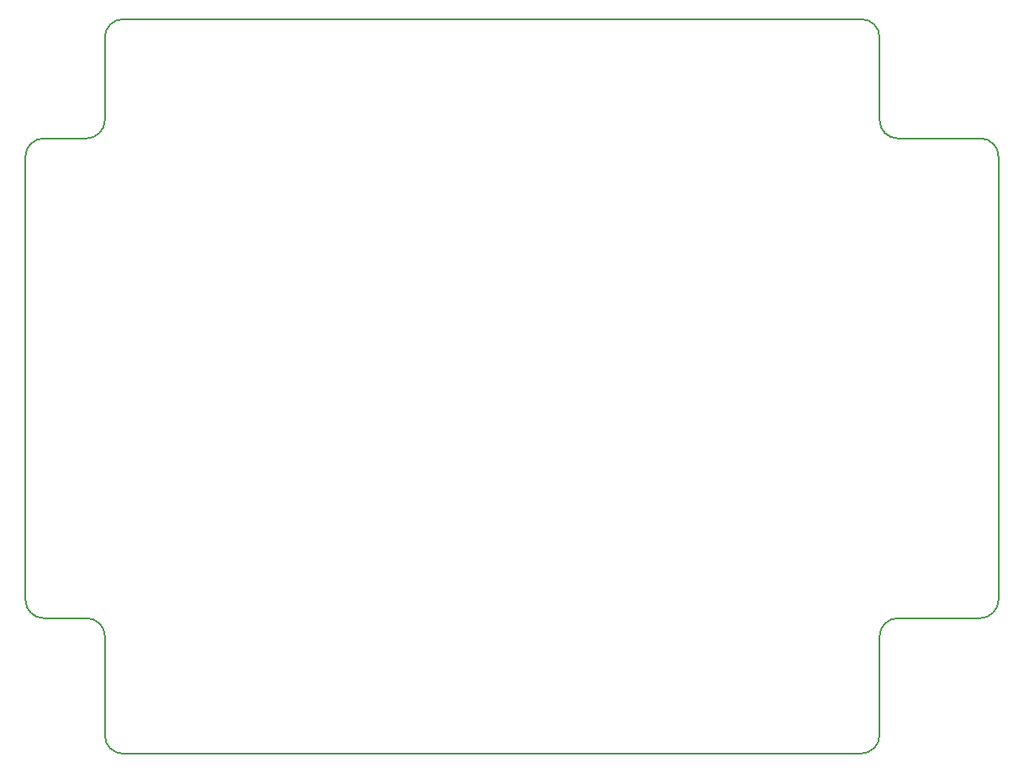
<source format=gm1>
G04 Layer_Color=16711935*
%FSLAX25Y25*%
%MOIN*%
G70*
G01*
G75*
%ADD10C,0.00787*%
D10*
X331282Y0D02*
G03*
X338695Y7413I0J7413D01*
G01*
X38672Y291339D02*
G03*
X31496Y284163I0J-7176D01*
G01*
X338695D02*
G03*
X331519Y291339I-7176J0D01*
G01*
X7294Y244094D02*
G03*
X0Y236800I0J-7294D01*
G01*
X24300Y244094D02*
G03*
X31496Y251196I47J7149D01*
G01*
Y46609D02*
G03*
X24300Y53710I-7149J-47D01*
G01*
X0Y61005D02*
G03*
X7294Y53710I7294J0D01*
G01*
X31496Y7100D02*
G03*
X38791Y0I7197J97D01*
G01*
X378596Y53710D02*
G03*
X385827Y61005I-32J7263D01*
G01*
X385827Y236800D02*
G03*
X378777Y244094I-7172J122D01*
G01*
X338695Y251196D02*
G03*
X345890Y244094I7149J47D01*
G01*
Y53710D02*
G03*
X338695Y46509I3J-7199D01*
G01*
X330400Y0D02*
X331282D01*
X338695Y7413D02*
Y8294D01*
X38791Y0D02*
X330400D01*
X338695Y8294D02*
Y46509D01*
X7294Y244094D02*
X24395D01*
X31496Y251196D02*
Y284163D01*
Y7100D02*
Y46609D01*
X7294Y53710D02*
X24395D01*
X0Y61005D02*
Y236800D01*
X345890Y53710D02*
X378596D01*
X38672Y291339D02*
X331519D01*
X385827Y61005D02*
Y236800D01*
X345890Y244094D02*
X378777D01*
X338695Y251196D02*
Y284163D01*
M02*

</source>
